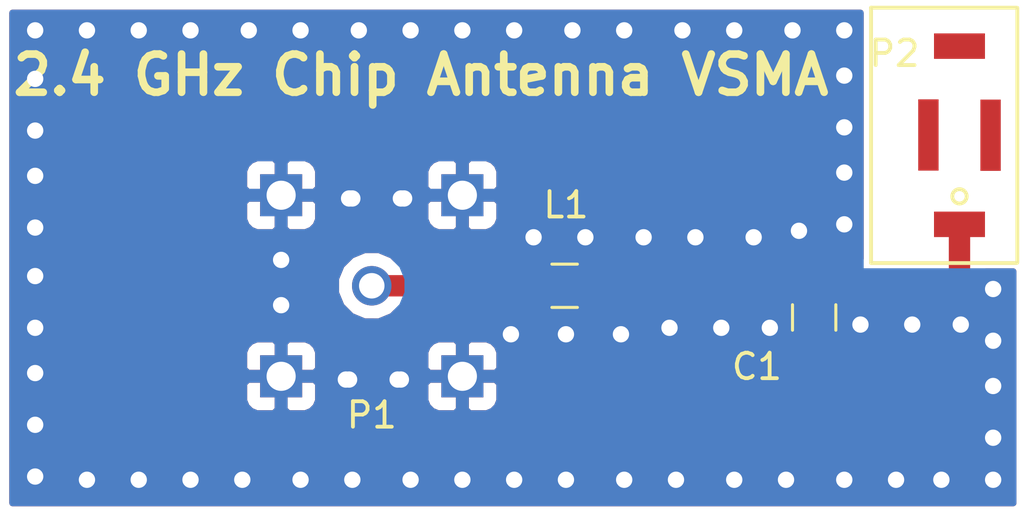
<source format=kicad_pcb>
(kicad_pcb (version 4) (host pcbnew 4.0.5)

  (general
    (links 83)
    (no_connects 0)
    (area 67.889524 99.228 132.262476 120.709)
    (thickness 1.6)
    (drawings 5)
    (tracks 7)
    (zones 0)
    (modules 80)
    (nets 5)
  )

  (page A4)
  (layers
    (0 F.Cu signal)
    (31 B.Cu signal)
    (32 B.Adhes user)
    (33 F.Adhes user)
    (34 B.Paste user)
    (35 F.Paste user)
    (36 B.SilkS user)
    (37 F.SilkS user)
    (38 B.Mask user)
    (39 F.Mask user)
    (40 Dwgs.User user)
    (41 Cmts.User user)
    (42 Eco1.User user)
    (43 Eco2.User user)
    (44 Edge.Cuts user)
    (45 Margin user)
    (46 B.CrtYd user)
    (47 F.CrtYd user)
    (48 B.Fab user)
    (49 F.Fab user)
  )

  (setup
    (last_trace_width 0.8382)
    (trace_clearance 0.2)
    (zone_clearance 0.508)
    (zone_45_only no)
    (trace_min 0.1524)
    (segment_width 0.2)
    (edge_width 0.15)
    (via_size 0.6)
    (via_drill 0.4)
    (via_min_size 0.4)
    (via_min_drill 0.3)
    (uvia_size 0.3)
    (uvia_drill 0.1)
    (uvias_allowed no)
    (uvia_min_size 0.2)
    (uvia_min_drill 0.1)
    (pcb_text_width 0.3)
    (pcb_text_size 1.5 1.5)
    (mod_edge_width 0.15)
    (mod_text_size 1 1)
    (mod_text_width 0.15)
    (pad_size 1 1)
    (pad_drill 0.64)
    (pad_to_mask_clearance 0.2)
    (aux_axis_origin 0 0)
    (visible_elements 7FFFFF7F)
    (pcbplotparams
      (layerselection 0x020f0_80000001)
      (usegerberextensions false)
      (excludeedgelayer true)
      (linewidth 0.100000)
      (plotframeref false)
      (viasonmask false)
      (mode 1)
      (useauxorigin false)
      (hpglpennumber 1)
      (hpglpenspeed 20)
      (hpglpendiameter 15)
      (hpglpenoverlay 2)
      (psnegative false)
      (psa4output false)
      (plotreference true)
      (plotvalue true)
      (plotinvisibletext false)
      (padsonsilk false)
      (subtractmaskfromsilk false)
      (outputformat 1)
      (mirror false)
      (drillshape 0)
      (scaleselection 1)
      (outputdirectory "C:/Users/clchrist/Documents/Chip Antenna VSMA/GerbTool/"))
  )

  (net 0 "")
  (net 1 GND)
  (net 2 "Net-(P2-Pad2)")
  (net 3 "Net-(C1-Pad1)")
  (net 4 "Net-(L1-Pad2)")

  (net_class Default "This is the default net class."
    (clearance 0.2)
    (trace_width 0.8382)
    (via_dia 0.6)
    (via_drill 0.4)
    (uvia_dia 0.3)
    (uvia_drill 0.1)
    (add_net GND)
    (add_net "Net-(C1-Pad1)")
    (add_net "Net-(L1-Pad2)")
    (add_net "Net-(P2-Pad2)")
  )

  (module Misc:Via_Stitch_Dia1.00mm_Drill0.64mm (layer F.Cu) (tedit 590FA6EF) (tstamp 590FA7BD)
    (at 117.856 112.776)
    (fp_text reference REF** (at 0 0.889) (layer F.SilkS) hide
      (effects (font (size 1 1) (thickness 0.15)))
    )
    (fp_text value Via_Stitch_Dia1.00mm_Drill0.64mm (at 0 -0.889) (layer F.Fab) hide
      (effects (font (size 1 1) (thickness 0.15)))
    )
    (pad 1 thru_hole circle (at -0.254 -0.127) (size 1 1) (drill 0.64) (layers *.Cu)
      (net 1 GND) (zone_connect 2))
  )

  (module Misc:Via_Stitch_Dia1.00mm_Drill0.64mm (layer F.Cu) (tedit 590FA6F6) (tstamp 590FA7B9)
    (at 116.078 113.03)
    (fp_text reference REF** (at 0 0.889) (layer F.SilkS) hide
      (effects (font (size 1 1) (thickness 0.15)))
    )
    (fp_text value Via_Stitch_Dia1.00mm_Drill0.64mm (at 0 -0.889) (layer F.Fab) hide
      (effects (font (size 1 1) (thickness 0.15)))
    )
    (pad 1 thru_hole circle (at -0.381 -0.381) (size 1 1) (drill 0.64) (layers *.Cu)
      (net 1 GND) (zone_connect 2))
  )

  (module Misc:Via_Stitch_Dia1.00mm_Drill0.64mm (layer F.Cu) (tedit 590FA6FC) (tstamp 590FA7B5)
    (at 113.792 113.03)
    (fp_text reference REF** (at 0 0.889) (layer F.SilkS) hide
      (effects (font (size 1 1) (thickness 0.15)))
    )
    (fp_text value Via_Stitch_Dia1.00mm_Drill0.64mm (at 0 -0.889) (layer F.Fab) hide
      (effects (font (size 1 1) (thickness 0.15)))
    )
    (pad 1 thru_hole circle (at -0.127 -0.381) (size 1 1) (drill 0.64) (layers *.Cu)
      (net 1 GND) (zone_connect 2))
  )

  (module Misc:Via_Stitch_Dia1.00mm_Drill0.64mm (layer F.Cu) (tedit 590FA737) (tstamp 590FA706)
    (at 104.267 113.157)
    (fp_text reference REF** (at 0 0.889) (layer F.SilkS) hide
      (effects (font (size 1 1) (thickness 0.15)))
    )
    (fp_text value Via_Stitch_Dia1.00mm_Drill0.64mm (at 0 -0.889) (layer F.Fab) hide
      (effects (font (size 1 1) (thickness 0.15)))
    )
    (pad 1 thru_hole circle (at 0 -0.127) (size 1 1) (drill 0.64) (layers *.Cu)
      (net 1 GND) (zone_connect 2))
  )

  (module Misc:Via_Stitch_Dia1.00mm_Drill0.64mm (layer F.Cu) (tedit 590FA6FC) (tstamp 590FA702)
    (at 106.299 113.157)
    (fp_text reference REF** (at 0 0.889) (layer F.SilkS) hide
      (effects (font (size 1 1) (thickness 0.15)))
    )
    (fp_text value Via_Stitch_Dia1.00mm_Drill0.64mm (at 0 -0.889) (layer F.Fab) hide
      (effects (font (size 1 1) (thickness 0.15)))
    )
    (pad 1 thru_hole circle (at -0.127 -0.381) (size 1 1) (drill 0.64) (layers *.Cu)
      (net 1 GND) (zone_connect 2))
  )

  (module Misc:Via_Stitch_Dia1.00mm_Drill0.64mm (layer F.Cu) (tedit 590FA6F6) (tstamp 590FA6FE)
    (at 108.585 113.157)
    (fp_text reference REF** (at 0 0.889) (layer F.SilkS) hide
      (effects (font (size 1 1) (thickness 0.15)))
    )
    (fp_text value Via_Stitch_Dia1.00mm_Drill0.64mm (at 0 -0.889) (layer F.Fab) hide
      (effects (font (size 1 1) (thickness 0.15)))
    )
    (pad 1 thru_hole circle (at -0.381 -0.381) (size 1 1) (drill 0.64) (layers *.Cu)
      (net 1 GND) (zone_connect 2))
  )

  (module Misc:Via_Stitch_Dia1.00mm_Drill0.64mm (layer F.Cu) (tedit 590FA72B) (tstamp 590FA6FA)
    (at 99.949 113.157)
    (fp_text reference REF** (at 0 0.889) (layer F.SilkS) hide
      (effects (font (size 1 1) (thickness 0.15)))
    )
    (fp_text value Via_Stitch_Dia1.00mm_Drill0.64mm (at 0 -0.889) (layer F.Fab) hide
      (effects (font (size 1 1) (thickness 0.15)))
    )
    (pad 1 thru_hole circle (at 0 -0.127) (size 1 1) (drill 0.64) (layers *.Cu)
      (net 1 GND) (zone_connect 2))
  )

  (module Misc:Via_Stitch_Dia1.00mm_Drill0.64mm (layer F.Cu) (tedit 590FA730) (tstamp 590FA6F6)
    (at 101.981 113.157)
    (fp_text reference REF** (at 0 0.889) (layer F.SilkS) hide
      (effects (font (size 1 1) (thickness 0.15)))
    )
    (fp_text value Via_Stitch_Dia1.00mm_Drill0.64mm (at 0 -0.889) (layer F.Fab) hide
      (effects (font (size 1 1) (thickness 0.15)))
    )
    (pad 1 thru_hole circle (at 0.127 -0.127) (size 1 1) (drill 0.64) (layers *.Cu)
      (net 1 GND) (zone_connect 2))
  )

  (module Misc:Via_Stitch_Dia1.00mm_Drill0.64mm (layer F.Cu) (tedit 590FA6EF) (tstamp 590FA6F2)
    (at 110.363 112.903)
    (fp_text reference REF** (at 0 0.889) (layer F.SilkS) hide
      (effects (font (size 1 1) (thickness 0.15)))
    )
    (fp_text value Via_Stitch_Dia1.00mm_Drill0.64mm (at 0 -0.889) (layer F.Fab) hide
      (effects (font (size 1 1) (thickness 0.15)))
    )
    (pad 1 thru_hole circle (at -0.254 -0.127) (size 1 1) (drill 0.64) (layers *.Cu)
      (net 1 GND) (zone_connect 2))
  )

  (module Misc:Via_Stitch_Dia1.00mm_Drill0.64mm (layer F.Cu) (tedit 590FA537) (tstamp 590FA6EE)
    (at 118.872 111.252)
    (fp_text reference REF** (at 0 0.889) (layer F.SilkS) hide
      (effects (font (size 1 1) (thickness 0.15)))
    )
    (fp_text value Via_Stitch_Dia1.00mm_Drill0.64mm (at 0 -0.889) (layer F.Fab) hide
      (effects (font (size 1 1) (thickness 0.15)))
    )
    (pad 1 thru_hole circle (at 0 0) (size 1 1) (drill 0.64) (layers *.Cu)
      (net 1 GND) (zone_connect 2))
  )

  (module Misc:Via_Stitch_Dia1.00mm_Drill0.64mm (layer F.Cu) (tedit 590FA537) (tstamp 590FA6EA)
    (at 118.872 115.062)
    (fp_text reference REF** (at 0 0.889) (layer F.SilkS) hide
      (effects (font (size 1 1) (thickness 0.15)))
    )
    (fp_text value Via_Stitch_Dia1.00mm_Drill0.64mm (at 0 -0.889) (layer F.Fab) hide
      (effects (font (size 1 1) (thickness 0.15)))
    )
    (pad 1 thru_hole circle (at 0 0) (size 1 1) (drill 0.64) (layers *.Cu)
      (net 1 GND) (zone_connect 2))
  )

  (module Misc:Via_Stitch_Dia1.00mm_Drill0.64mm (layer F.Cu) (tedit 590FA537) (tstamp 590FA6E6)
    (at 118.872 113.284)
    (fp_text reference REF** (at 0 0.889) (layer F.SilkS) hide
      (effects (font (size 1 1) (thickness 0.15)))
    )
    (fp_text value Via_Stitch_Dia1.00mm_Drill0.64mm (at 0 -0.889) (layer F.Fab) hide
      (effects (font (size 1 1) (thickness 0.15)))
    )
    (pad 1 thru_hole circle (at 0 0) (size 1 1) (drill 0.64) (layers *.Cu)
      (net 1 GND) (zone_connect 2))
  )

  (module Misc:Via_Stitch_Dia1.00mm_Drill0.64mm (layer F.Cu) (tedit 590FA537) (tstamp 590FA6E2)
    (at 118.872 117.094)
    (fp_text reference REF** (at 0 0.889) (layer F.SilkS) hide
      (effects (font (size 1 1) (thickness 0.15)))
    )
    (fp_text value Via_Stitch_Dia1.00mm_Drill0.64mm (at 0 -0.889) (layer F.Fab) hide
      (effects (font (size 1 1) (thickness 0.15)))
    )
    (pad 1 thru_hole circle (at 0 0) (size 1 1) (drill 0.64) (layers *.Cu)
      (net 1 GND) (zone_connect 2))
  )

  (module Misc:Via_Stitch_Dia1.00mm_Drill0.64mm (layer F.Cu) (tedit 590FA537) (tstamp 590FA6DE)
    (at 116.84 118.745)
    (fp_text reference REF** (at 0 0.889) (layer F.SilkS) hide
      (effects (font (size 1 1) (thickness 0.15)))
    )
    (fp_text value Via_Stitch_Dia1.00mm_Drill0.64mm (at 0 -0.889) (layer F.Fab) hide
      (effects (font (size 1 1) (thickness 0.15)))
    )
    (pad 1 thru_hole circle (at 0 0) (size 1 1) (drill 0.64) (layers *.Cu)
      (net 1 GND) (zone_connect 2))
  )

  (module Misc:Via_Stitch_Dia1.00mm_Drill0.64mm (layer F.Cu) (tedit 590FA537) (tstamp 590FA6DA)
    (at 118.872 118.745)
    (fp_text reference REF** (at 0 0.889) (layer F.SilkS) hide
      (effects (font (size 1 1) (thickness 0.15)))
    )
    (fp_text value Via_Stitch_Dia1.00mm_Drill0.64mm (at 0 -0.889) (layer F.Fab) hide
      (effects (font (size 1 1) (thickness 0.15)))
    )
    (pad 1 thru_hole circle (at 0 0) (size 1 1) (drill 0.64) (layers *.Cu)
      (net 1 GND) (zone_connect 2))
  )

  (module Misc:Via_Stitch_Dia1.00mm_Drill0.64mm (layer F.Cu) (tedit 590FA537) (tstamp 590FA6D6)
    (at 83.312 118.745)
    (fp_text reference REF** (at 0 0.889) (layer F.SilkS) hide
      (effects (font (size 1 1) (thickness 0.15)))
    )
    (fp_text value Via_Stitch_Dia1.00mm_Drill0.64mm (at 0 -0.889) (layer F.Fab) hide
      (effects (font (size 1 1) (thickness 0.15)))
    )
    (pad 1 thru_hole circle (at 0 0) (size 1 1) (drill 0.64) (layers *.Cu)
      (net 1 GND) (zone_connect 2))
  )

  (module Misc:Via_Stitch_Dia1.00mm_Drill0.64mm (layer F.Cu) (tedit 590FA537) (tstamp 590FA6D2)
    (at 85.344 118.745)
    (fp_text reference REF** (at 0 0.889) (layer F.SilkS) hide
      (effects (font (size 1 1) (thickness 0.15)))
    )
    (fp_text value Via_Stitch_Dia1.00mm_Drill0.64mm (at 0 -0.889) (layer F.Fab) hide
      (effects (font (size 1 1) (thickness 0.15)))
    )
    (pad 1 thru_hole circle (at 0 0) (size 1 1) (drill 0.64) (layers *.Cu)
      (net 1 GND) (zone_connect 2))
  )

  (module Misc:Via_Stitch_Dia1.00mm_Drill0.64mm (layer F.Cu) (tedit 590FA537) (tstamp 590FA6CE)
    (at 89.408 118.745)
    (fp_text reference REF** (at 0 0.889) (layer F.SilkS) hide
      (effects (font (size 1 1) (thickness 0.15)))
    )
    (fp_text value Via_Stitch_Dia1.00mm_Drill0.64mm (at 0 -0.889) (layer F.Fab) hide
      (effects (font (size 1 1) (thickness 0.15)))
    )
    (pad 1 thru_hole circle (at 0 0) (size 1 1) (drill 0.64) (layers *.Cu)
      (net 1 GND) (zone_connect 2))
  )

  (module Misc:Via_Stitch_Dia1.00mm_Drill0.64mm (layer F.Cu) (tedit 590FA537) (tstamp 590FA6CA)
    (at 87.376 118.745)
    (fp_text reference REF** (at 0 0.889) (layer F.SilkS) hide
      (effects (font (size 1 1) (thickness 0.15)))
    )
    (fp_text value Via_Stitch_Dia1.00mm_Drill0.64mm (at 0 -0.889) (layer F.Fab) hide
      (effects (font (size 1 1) (thickness 0.15)))
    )
    (pad 1 thru_hole circle (at 0 0) (size 1 1) (drill 0.64) (layers *.Cu)
      (net 1 GND) (zone_connect 2))
  )

  (module Misc:Via_Stitch_Dia1.00mm_Drill0.64mm (layer F.Cu) (tedit 590FA537) (tstamp 590FA6C6)
    (at 96.012 118.745)
    (fp_text reference REF** (at 0 0.889) (layer F.SilkS) hide
      (effects (font (size 1 1) (thickness 0.15)))
    )
    (fp_text value Via_Stitch_Dia1.00mm_Drill0.64mm (at 0 -0.889) (layer F.Fab) hide
      (effects (font (size 1 1) (thickness 0.15)))
    )
    (pad 1 thru_hole circle (at 0 0) (size 1 1) (drill 0.64) (layers *.Cu)
      (net 1 GND) (zone_connect 2))
  )

  (module Misc:Via_Stitch_Dia1.00mm_Drill0.64mm (layer F.Cu) (tedit 590FA537) (tstamp 590FA6C2)
    (at 98.044 118.745)
    (fp_text reference REF** (at 0 0.889) (layer F.SilkS) hide
      (effects (font (size 1 1) (thickness 0.15)))
    )
    (fp_text value Via_Stitch_Dia1.00mm_Drill0.64mm (at 0 -0.889) (layer F.Fab) hide
      (effects (font (size 1 1) (thickness 0.15)))
    )
    (pad 1 thru_hole circle (at 0 0) (size 1 1) (drill 0.64) (layers *.Cu)
      (net 1 GND) (zone_connect 2))
  )

  (module Misc:Via_Stitch_Dia1.00mm_Drill0.64mm (layer F.Cu) (tedit 590FA537) (tstamp 590FA6BE)
    (at 93.726 118.745)
    (fp_text reference REF** (at 0 0.889) (layer F.SilkS) hide
      (effects (font (size 1 1) (thickness 0.15)))
    )
    (fp_text value Via_Stitch_Dia1.00mm_Drill0.64mm (at 0 -0.889) (layer F.Fab) hide
      (effects (font (size 1 1) (thickness 0.15)))
    )
    (pad 1 thru_hole circle (at 0 0) (size 1 1) (drill 0.64) (layers *.Cu)
      (net 1 GND) (zone_connect 2))
  )

  (module Misc:Via_Stitch_Dia1.00mm_Drill0.64mm (layer F.Cu) (tedit 590FA537) (tstamp 590FA6BA)
    (at 91.694 118.745)
    (fp_text reference REF** (at 0 0.889) (layer F.SilkS) hide
      (effects (font (size 1 1) (thickness 0.15)))
    )
    (fp_text value Via_Stitch_Dia1.00mm_Drill0.64mm (at 0 -0.889) (layer F.Fab) hide
      (effects (font (size 1 1) (thickness 0.15)))
    )
    (pad 1 thru_hole circle (at 0 0) (size 1 1) (drill 0.64) (layers *.Cu)
      (net 1 GND) (zone_connect 2))
  )

  (module Misc:Via_Stitch_Dia1.00mm_Drill0.64mm (layer F.Cu) (tedit 590FA537) (tstamp 590FA6B6)
    (at 115.062 118.745)
    (fp_text reference REF** (at 0 0.889) (layer F.SilkS) hide
      (effects (font (size 1 1) (thickness 0.15)))
    )
    (fp_text value Via_Stitch_Dia1.00mm_Drill0.64mm (at 0 -0.889) (layer F.Fab) hide
      (effects (font (size 1 1) (thickness 0.15)))
    )
    (pad 1 thru_hole circle (at 0 0) (size 1 1) (drill 0.64) (layers *.Cu)
      (net 1 GND) (zone_connect 2))
  )

  (module Misc:Via_Stitch_Dia1.00mm_Drill0.64mm (layer F.Cu) (tedit 590FA537) (tstamp 590FA6B2)
    (at 102.108 118.745)
    (fp_text reference REF** (at 0 0.889) (layer F.SilkS) hide
      (effects (font (size 1 1) (thickness 0.15)))
    )
    (fp_text value Via_Stitch_Dia1.00mm_Drill0.64mm (at 0 -0.889) (layer F.Fab) hide
      (effects (font (size 1 1) (thickness 0.15)))
    )
    (pad 1 thru_hole circle (at 0 0) (size 1 1) (drill 0.64) (layers *.Cu)
      (net 1 GND) (zone_connect 2))
  )

  (module Misc:Via_Stitch_Dia1.00mm_Drill0.64mm (layer F.Cu) (tedit 590FA537) (tstamp 590FA6AE)
    (at 100.076 118.745)
    (fp_text reference REF** (at 0 0.889) (layer F.SilkS) hide
      (effects (font (size 1 1) (thickness 0.15)))
    )
    (fp_text value Via_Stitch_Dia1.00mm_Drill0.64mm (at 0 -0.889) (layer F.Fab) hide
      (effects (font (size 1 1) (thickness 0.15)))
    )
    (pad 1 thru_hole circle (at 0 0) (size 1 1) (drill 0.64) (layers *.Cu)
      (net 1 GND) (zone_connect 2))
  )

  (module Misc:Via_Stitch_Dia1.00mm_Drill0.64mm (layer F.Cu) (tedit 590FA537) (tstamp 590FA6AA)
    (at 106.426 118.745)
    (fp_text reference REF** (at 0 0.889) (layer F.SilkS) hide
      (effects (font (size 1 1) (thickness 0.15)))
    )
    (fp_text value Via_Stitch_Dia1.00mm_Drill0.64mm (at 0 -0.889) (layer F.Fab) hide
      (effects (font (size 1 1) (thickness 0.15)))
    )
    (pad 1 thru_hole circle (at 0 0) (size 1 1) (drill 0.64) (layers *.Cu)
      (net 1 GND) (zone_connect 2))
  )

  (module Misc:Via_Stitch_Dia1.00mm_Drill0.64mm (layer F.Cu) (tedit 590FA537) (tstamp 590FA6A6)
    (at 104.394 118.745)
    (fp_text reference REF** (at 0 0.889) (layer F.SilkS) hide
      (effects (font (size 1 1) (thickness 0.15)))
    )
    (fp_text value Via_Stitch_Dia1.00mm_Drill0.64mm (at 0 -0.889) (layer F.Fab) hide
      (effects (font (size 1 1) (thickness 0.15)))
    )
    (pad 1 thru_hole circle (at 0 0) (size 1 1) (drill 0.64) (layers *.Cu)
      (net 1 GND) (zone_connect 2))
  )

  (module Misc:Via_Stitch_Dia1.00mm_Drill0.64mm (layer F.Cu) (tedit 590FA537) (tstamp 590FA6A2)
    (at 113.03 118.745)
    (fp_text reference REF** (at 0 0.889) (layer F.SilkS) hide
      (effects (font (size 1 1) (thickness 0.15)))
    )
    (fp_text value Via_Stitch_Dia1.00mm_Drill0.64mm (at 0 -0.889) (layer F.Fab) hide
      (effects (font (size 1 1) (thickness 0.15)))
    )
    (pad 1 thru_hole circle (at 0 0) (size 1 1) (drill 0.64) (layers *.Cu)
      (net 1 GND) (zone_connect 2))
  )

  (module Misc:Via_Stitch_Dia1.00mm_Drill0.64mm (layer F.Cu) (tedit 590FA537) (tstamp 590FA69E)
    (at 110.744 118.745)
    (fp_text reference REF** (at 0 0.889) (layer F.SilkS) hide
      (effects (font (size 1 1) (thickness 0.15)))
    )
    (fp_text value Via_Stitch_Dia1.00mm_Drill0.64mm (at 0 -0.889) (layer F.Fab) hide
      (effects (font (size 1 1) (thickness 0.15)))
    )
    (pad 1 thru_hole circle (at 0 0) (size 1 1) (drill 0.64) (layers *.Cu)
      (net 1 GND) (zone_connect 2))
  )

  (module Misc:Via_Stitch_Dia1.00mm_Drill0.64mm (layer F.Cu) (tedit 590FA537) (tstamp 590FA69A)
    (at 108.712 118.745)
    (fp_text reference REF** (at 0 0.889) (layer F.SilkS) hide
      (effects (font (size 1 1) (thickness 0.15)))
    )
    (fp_text value Via_Stitch_Dia1.00mm_Drill0.64mm (at 0 -0.889) (layer F.Fab) hide
      (effects (font (size 1 1) (thickness 0.15)))
    )
    (pad 1 thru_hole circle (at 0 0) (size 1 1) (drill 0.64) (layers *.Cu)
      (net 1 GND) (zone_connect 2))
  )

  (module Misc:Via_Stitch_Dia1.00mm_Drill0.64mm (layer F.Cu) (tedit 590FA537) (tstamp 590FA676)
    (at 81.28 118.618)
    (fp_text reference REF** (at 0 0.889) (layer F.SilkS) hide
      (effects (font (size 1 1) (thickness 0.15)))
    )
    (fp_text value Via_Stitch_Dia1.00mm_Drill0.64mm (at 0 -0.889) (layer F.Fab) hide
      (effects (font (size 1 1) (thickness 0.15)))
    )
    (pad 1 thru_hole circle (at 0 0) (size 1 1) (drill 0.64) (layers *.Cu)
      (net 1 GND) (zone_connect 2))
  )

  (module Misc:Via_Stitch_Dia1.00mm_Drill0.64mm (layer F.Cu) (tedit 590FA537) (tstamp 590FA671)
    (at 81.28 116.586)
    (fp_text reference REF** (at 0 0.889) (layer F.SilkS) hide
      (effects (font (size 1 1) (thickness 0.15)))
    )
    (fp_text value Via_Stitch_Dia1.00mm_Drill0.64mm (at 0 -0.889) (layer F.Fab) hide
      (effects (font (size 1 1) (thickness 0.15)))
    )
    (pad 1 thru_hole circle (at 0 0) (size 1 1) (drill 0.64) (layers *.Cu)
      (net 1 GND) (zone_connect 2))
  )

  (module Misc:Via_Stitch_Dia1.00mm_Drill0.64mm (layer F.Cu) (tedit 590FA537) (tstamp 590FA66D)
    (at 81.28 112.776)
    (fp_text reference REF** (at 0 0.889) (layer F.SilkS) hide
      (effects (font (size 1 1) (thickness 0.15)))
    )
    (fp_text value Via_Stitch_Dia1.00mm_Drill0.64mm (at 0 -0.889) (layer F.Fab) hide
      (effects (font (size 1 1) (thickness 0.15)))
    )
    (pad 1 thru_hole circle (at 0 0) (size 1 1) (drill 0.64) (layers *.Cu)
      (net 1 GND) (zone_connect 2))
  )

  (module Misc:Via_Stitch_Dia1.00mm_Drill0.64mm (layer F.Cu) (tedit 590FA537) (tstamp 590FA669)
    (at 81.28 114.554)
    (fp_text reference REF** (at 0 0.889) (layer F.SilkS) hide
      (effects (font (size 1 1) (thickness 0.15)))
    )
    (fp_text value Via_Stitch_Dia1.00mm_Drill0.64mm (at 0 -0.889) (layer F.Fab) hide
      (effects (font (size 1 1) (thickness 0.15)))
    )
    (pad 1 thru_hole circle (at 0 0) (size 1 1) (drill 0.64) (layers *.Cu)
      (net 1 GND) (zone_connect 2))
  )

  (module Misc:Via_Stitch_Dia1.00mm_Drill0.64mm (layer F.Cu) (tedit 590FA537) (tstamp 590FA665)
    (at 81.28 110.744)
    (fp_text reference REF** (at 0 0.889) (layer F.SilkS) hide
      (effects (font (size 1 1) (thickness 0.15)))
    )
    (fp_text value Via_Stitch_Dia1.00mm_Drill0.64mm (at 0 -0.889) (layer F.Fab) hide
      (effects (font (size 1 1) (thickness 0.15)))
    )
    (pad 1 thru_hole circle (at 0 0) (size 1 1) (drill 0.64) (layers *.Cu)
      (net 1 GND) (zone_connect 2))
  )

  (module Misc:Via_Stitch_Dia1.00mm_Drill0.64mm (layer F.Cu) (tedit 590FA537) (tstamp 590FA661)
    (at 81.28 102.997)
    (fp_text reference REF** (at 0 0.889) (layer F.SilkS) hide
      (effects (font (size 1 1) (thickness 0.15)))
    )
    (fp_text value Via_Stitch_Dia1.00mm_Drill0.64mm (at 0 -0.889) (layer F.Fab) hide
      (effects (font (size 1 1) (thickness 0.15)))
    )
    (pad 1 thru_hole circle (at 0 0) (size 1 1) (drill 0.64) (layers *.Cu)
      (net 1 GND) (zone_connect 2))
  )

  (module Misc:Via_Stitch_Dia1.00mm_Drill0.64mm (layer F.Cu) (tedit 590FA537) (tstamp 590FA65D)
    (at 81.28 106.807)
    (fp_text reference REF** (at 0 0.889) (layer F.SilkS) hide
      (effects (font (size 1 1) (thickness 0.15)))
    )
    (fp_text value Via_Stitch_Dia1.00mm_Drill0.64mm (at 0 -0.889) (layer F.Fab) hide
      (effects (font (size 1 1) (thickness 0.15)))
    )
    (pad 1 thru_hole circle (at 0 0) (size 1 1) (drill 0.64) (layers *.Cu)
      (net 1 GND) (zone_connect 2))
  )

  (module Misc:Via_Stitch_Dia1.00mm_Drill0.64mm (layer F.Cu) (tedit 590FA537) (tstamp 590FA659)
    (at 81.28 105.029)
    (fp_text reference REF** (at 0 0.889) (layer F.SilkS) hide
      (effects (font (size 1 1) (thickness 0.15)))
    )
    (fp_text value Via_Stitch_Dia1.00mm_Drill0.64mm (at 0 -0.889) (layer F.Fab) hide
      (effects (font (size 1 1) (thickness 0.15)))
    )
    (pad 1 thru_hole circle (at 0 0) (size 1 1) (drill 0.64) (layers *.Cu)
      (net 1 GND) (zone_connect 2))
  )

  (module Misc:Via_Stitch_Dia1.00mm_Drill0.64mm (layer F.Cu) (tedit 590FA537) (tstamp 590FA655)
    (at 81.28 108.839)
    (fp_text reference REF** (at 0 0.889) (layer F.SilkS) hide
      (effects (font (size 1 1) (thickness 0.15)))
    )
    (fp_text value Via_Stitch_Dia1.00mm_Drill0.64mm (at 0 -0.889) (layer F.Fab) hide
      (effects (font (size 1 1) (thickness 0.15)))
    )
    (pad 1 thru_hole circle (at 0 0) (size 1 1) (drill 0.64) (layers *.Cu)
      (net 1 GND) (zone_connect 2))
  )

  (module Misc:Via_Stitch_Dia1.00mm_Drill0.64mm (layer F.Cu) (tedit 590FA537) (tstamp 590FA651)
    (at 90.932 111.887)
    (fp_text reference REF** (at 0 0.889) (layer F.SilkS) hide
      (effects (font (size 1 1) (thickness 0.15)))
    )
    (fp_text value Via_Stitch_Dia1.00mm_Drill0.64mm (at 0 -0.889) (layer F.Fab) hide
      (effects (font (size 1 1) (thickness 0.15)))
    )
    (pad 1 thru_hole circle (at 0 0) (size 1 1) (drill 0.64) (layers *.Cu)
      (net 1 GND) (zone_connect 2))
  )

  (module Misc:Via_Stitch_Dia1.00mm_Drill0.64mm (layer F.Cu) (tedit 590FA537) (tstamp 590FA64D)
    (at 90.932 110.109)
    (fp_text reference REF** (at 0 0.889) (layer F.SilkS) hide
      (effects (font (size 1 1) (thickness 0.15)))
    )
    (fp_text value Via_Stitch_Dia1.00mm_Drill0.64mm (at 0 -0.889) (layer F.Fab) hide
      (effects (font (size 1 1) (thickness 0.15)))
    )
    (pad 1 thru_hole circle (at 0 0) (size 1 1) (drill 0.64) (layers *.Cu)
      (net 1 GND) (zone_connect 2))
  )

  (module Misc:Via_Stitch_Dia1.00mm_Drill0.64mm (layer F.Cu) (tedit 590FA537) (tstamp 590FA649)
    (at 95.631 114.808)
    (fp_text reference REF** (at 0 0.889) (layer F.SilkS) hide
      (effects (font (size 1 1) (thickness 0.15)))
    )
    (fp_text value Via_Stitch_Dia1.00mm_Drill0.64mm (at 0 -0.889) (layer F.Fab) hide
      (effects (font (size 1 1) (thickness 0.15)))
    )
    (pad 1 thru_hole circle (at 0 0) (size 1 1) (drill 0.64) (layers *.Cu)
      (net 1 GND) (zone_connect 2))
  )

  (module Misc:Via_Stitch_Dia1.00mm_Drill0.64mm (layer F.Cu) (tedit 590FA537) (tstamp 590FA645)
    (at 93.599 114.808)
    (fp_text reference REF** (at 0 0.889) (layer F.SilkS) hide
      (effects (font (size 1 1) (thickness 0.15)))
    )
    (fp_text value Via_Stitch_Dia1.00mm_Drill0.64mm (at 0 -0.889) (layer F.Fab) hide
      (effects (font (size 1 1) (thickness 0.15)))
    )
    (pad 1 thru_hole circle (at 0 0) (size 1 1) (drill 0.64) (layers *.Cu)
      (net 1 GND) (zone_connect 2))
  )

  (module Misc:Via_Stitch_Dia1.00mm_Drill0.64mm (layer F.Cu) (tedit 590FA537) (tstamp 590FA641)
    (at 93.472 114.808)
    (fp_text reference REF** (at 0 0.889) (layer F.SilkS) hide
      (effects (font (size 1 1) (thickness 0.15)))
    )
    (fp_text value Via_Stitch_Dia1.00mm_Drill0.64mm (at 0 -0.889) (layer F.Fab) hide
      (effects (font (size 1 1) (thickness 0.15)))
    )
    (pad 1 thru_hole circle (at 0 0) (size 1 1) (drill 0.64) (layers *.Cu)
      (net 1 GND) (zone_connect 2))
  )

  (module Misc:Via_Stitch_Dia1.00mm_Drill0.64mm (layer F.Cu) (tedit 590FA537) (tstamp 590FA63D)
    (at 95.504 114.808)
    (fp_text reference REF** (at 0 0.889) (layer F.SilkS) hide
      (effects (font (size 1 1) (thickness 0.15)))
    )
    (fp_text value Via_Stitch_Dia1.00mm_Drill0.64mm (at 0 -0.889) (layer F.Fab) hide
      (effects (font (size 1 1) (thickness 0.15)))
    )
    (pad 1 thru_hole circle (at 0 0) (size 1 1) (drill 0.64) (layers *.Cu)
      (net 1 GND) (zone_connect 2))
  )

  (module Misc:Via_Stitch_Dia1.00mm_Drill0.64mm (layer F.Cu) (tedit 590FA537) (tstamp 590FA639)
    (at 95.631 107.696)
    (fp_text reference REF** (at 0 0.889) (layer F.SilkS) hide
      (effects (font (size 1 1) (thickness 0.15)))
    )
    (fp_text value Via_Stitch_Dia1.00mm_Drill0.64mm (at 0 -0.889) (layer F.Fab) hide
      (effects (font (size 1 1) (thickness 0.15)))
    )
    (pad 1 thru_hole circle (at 0 0) (size 1 1) (drill 0.64) (layers *.Cu)
      (net 1 GND) (zone_connect 2))
  )

  (module Misc:Via_Stitch_Dia1.00mm_Drill0.64mm (layer F.Cu) (tedit 590FA537) (tstamp 590FA635)
    (at 93.599 107.696)
    (fp_text reference REF** (at 0 0.889) (layer F.SilkS) hide
      (effects (font (size 1 1) (thickness 0.15)))
    )
    (fp_text value Via_Stitch_Dia1.00mm_Drill0.64mm (at 0 -0.889) (layer F.Fab) hide
      (effects (font (size 1 1) (thickness 0.15)))
    )
    (pad 1 thru_hole circle (at 0 0) (size 1 1) (drill 0.64) (layers *.Cu)
      (net 1 GND) (zone_connect 2))
  )

  (module Misc:Via_Stitch_Dia1.00mm_Drill0.64mm (layer F.Cu) (tedit 590FA537) (tstamp 590FA631)
    (at 93.726 107.696)
    (fp_text reference REF** (at 0 0.889) (layer F.SilkS) hide
      (effects (font (size 1 1) (thickness 0.15)))
    )
    (fp_text value Via_Stitch_Dia1.00mm_Drill0.64mm (at 0 -0.889) (layer F.Fab) hide
      (effects (font (size 1 1) (thickness 0.15)))
    )
    (pad 1 thru_hole circle (at 0 0) (size 1 1) (drill 0.64) (layers *.Cu)
      (net 1 GND) (zone_connect 2))
  )

  (module Misc:Via_Stitch_Dia1.00mm_Drill0.64mm (layer F.Cu) (tedit 590FA537) (tstamp 590FA62D)
    (at 95.758 107.696)
    (fp_text reference REF** (at 0 0.889) (layer F.SilkS) hide
      (effects (font (size 1 1) (thickness 0.15)))
    )
    (fp_text value Via_Stitch_Dia1.00mm_Drill0.64mm (at 0 -0.889) (layer F.Fab) hide
      (effects (font (size 1 1) (thickness 0.15)))
    )
    (pad 1 thru_hole circle (at 0 0) (size 1 1) (drill 0.64) (layers *.Cu)
      (net 1 GND) (zone_connect 2))
  )

  (module Misc:Via_Stitch_Dia1.00mm_Drill0.64mm (layer F.Cu) (tedit 590FA537) (tstamp 590FA629)
    (at 111.252 108.966)
    (fp_text reference REF** (at 0 0.889) (layer F.SilkS) hide
      (effects (font (size 1 1) (thickness 0.15)))
    )
    (fp_text value Via_Stitch_Dia1.00mm_Drill0.64mm (at 0 -0.889) (layer F.Fab) hide
      (effects (font (size 1 1) (thickness 0.15)))
    )
    (pad 1 thru_hole circle (at 0 0) (size 1 1) (drill 0.64) (layers *.Cu)
      (net 1 GND) (zone_connect 2))
  )

  (module Misc:Via_Stitch_Dia1.00mm_Drill0.64mm (layer F.Cu) (tedit 590FA537) (tstamp 590FA624)
    (at 106.68 101.092)
    (fp_text reference REF** (at 0 0.889) (layer F.SilkS) hide
      (effects (font (size 1 1) (thickness 0.15)))
    )
    (fp_text value Via_Stitch_Dia1.00mm_Drill0.64mm (at 0 -0.889) (layer F.Fab) hide
      (effects (font (size 1 1) (thickness 0.15)))
    )
    (pad 1 thru_hole circle (at 0 0) (size 1 1) (drill 0.64) (layers *.Cu)
      (net 1 GND) (zone_connect 2))
  )

  (module Misc:Via_Stitch_Dia1.00mm_Drill0.64mm (layer F.Cu) (tedit 590FA537) (tstamp 590FA620)
    (at 108.712 101.092)
    (fp_text reference REF** (at 0 0.889) (layer F.SilkS) hide
      (effects (font (size 1 1) (thickness 0.15)))
    )
    (fp_text value Via_Stitch_Dia1.00mm_Drill0.64mm (at 0 -0.889) (layer F.Fab) hide
      (effects (font (size 1 1) (thickness 0.15)))
    )
    (pad 1 thru_hole circle (at 0 0) (size 1 1) (drill 0.64) (layers *.Cu)
      (net 1 GND) (zone_connect 2))
  )

  (module Misc:Via_Stitch_Dia1.00mm_Drill0.64mm (layer F.Cu) (tedit 590FA537) (tstamp 590FA61C)
    (at 110.998 101.092)
    (fp_text reference REF** (at 0 0.889) (layer F.SilkS) hide
      (effects (font (size 1 1) (thickness 0.15)))
    )
    (fp_text value Via_Stitch_Dia1.00mm_Drill0.64mm (at 0 -0.889) (layer F.Fab) hide
      (effects (font (size 1 1) (thickness 0.15)))
    )
    (pad 1 thru_hole circle (at 0 0) (size 1 1) (drill 0.64) (layers *.Cu)
      (net 1 GND) (zone_connect 2))
  )

  (module Misc:Via_Stitch_Dia1.00mm_Drill0.64mm (layer F.Cu) (tedit 590FA537) (tstamp 590FA618)
    (at 102.362 101.092)
    (fp_text reference REF** (at 0 0.889) (layer F.SilkS) hide
      (effects (font (size 1 1) (thickness 0.15)))
    )
    (fp_text value Via_Stitch_Dia1.00mm_Drill0.64mm (at 0 -0.889) (layer F.Fab) hide
      (effects (font (size 1 1) (thickness 0.15)))
    )
    (pad 1 thru_hole circle (at 0 0) (size 1 1) (drill 0.64) (layers *.Cu)
      (net 1 GND) (zone_connect 2))
  )

  (module Misc:Via_Stitch_Dia1.00mm_Drill0.64mm (layer F.Cu) (tedit 590FA537) (tstamp 590FA614)
    (at 104.394 101.092)
    (fp_text reference REF** (at 0 0.889) (layer F.SilkS) hide
      (effects (font (size 1 1) (thickness 0.15)))
    )
    (fp_text value Via_Stitch_Dia1.00mm_Drill0.64mm (at 0 -0.889) (layer F.Fab) hide
      (effects (font (size 1 1) (thickness 0.15)))
    )
    (pad 1 thru_hole circle (at 0 0) (size 1 1) (drill 0.64) (layers *.Cu)
      (net 1 GND) (zone_connect 2))
  )

  (module Misc:Via_Stitch_Dia1.00mm_Drill0.64mm (layer F.Cu) (tedit 590FA537) (tstamp 590FA597)
    (at 113.03 108.712)
    (fp_text reference REF** (at 0 0.889) (layer F.SilkS) hide
      (effects (font (size 1 1) (thickness 0.15)))
    )
    (fp_text value Via_Stitch_Dia1.00mm_Drill0.64mm (at 0 -0.889) (layer F.Fab) hide
      (effects (font (size 1 1) (thickness 0.15)))
    )
    (pad 1 thru_hole circle (at 0 0) (size 1 1) (drill 0.64) (layers *.Cu)
      (net 1 GND) (zone_connect 2))
  )

  (module Misc:Via_Stitch_Dia1.00mm_Drill0.64mm (layer F.Cu) (tedit 590FA537) (tstamp 590FA592)
    (at 113.03 104.902)
    (fp_text reference REF** (at 0 0.889) (layer F.SilkS) hide
      (effects (font (size 1 1) (thickness 0.15)))
    )
    (fp_text value Via_Stitch_Dia1.00mm_Drill0.64mm (at 0 -0.889) (layer F.Fab) hide
      (effects (font (size 1 1) (thickness 0.15)))
    )
    (pad 1 thru_hole circle (at 0 0) (size 1 1) (drill 0.64) (layers *.Cu)
      (net 1 GND) (zone_connect 2))
  )

  (module Misc:Via_Stitch_Dia1.00mm_Drill0.64mm (layer F.Cu) (tedit 590FA537) (tstamp 590FA58E)
    (at 113.03 106.68)
    (fp_text reference REF** (at 0 0.889) (layer F.SilkS) hide
      (effects (font (size 1 1) (thickness 0.15)))
    )
    (fp_text value Via_Stitch_Dia1.00mm_Drill0.64mm (at 0 -0.889) (layer F.Fab) hide
      (effects (font (size 1 1) (thickness 0.15)))
    )
    (pad 1 thru_hole circle (at 0 0) (size 1 1) (drill 0.64) (layers *.Cu)
      (net 1 GND) (zone_connect 2))
  )

  (module Misc:Via_Stitch_Dia1.00mm_Drill0.64mm (layer F.Cu) (tedit 590FA537) (tstamp 590FA58A)
    (at 113.03 102.87)
    (fp_text reference REF** (at 0 0.889) (layer F.SilkS) hide
      (effects (font (size 1 1) (thickness 0.15)))
    )
    (fp_text value Via_Stitch_Dia1.00mm_Drill0.64mm (at 0 -0.889) (layer F.Fab) hide
      (effects (font (size 1 1) (thickness 0.15)))
    )
    (pad 1 thru_hole circle (at 0 0) (size 1 1) (drill 0.64) (layers *.Cu)
      (net 1 GND) (zone_connect 2))
  )

  (module Misc:Via_Stitch_Dia1.00mm_Drill0.64mm (layer F.Cu) (tedit 590FA537) (tstamp 590FA585)
    (at 98.044 101.092)
    (fp_text reference REF** (at 0 0.889) (layer F.SilkS) hide
      (effects (font (size 1 1) (thickness 0.15)))
    )
    (fp_text value Via_Stitch_Dia1.00mm_Drill0.64mm (at 0 -0.889) (layer F.Fab) hide
      (effects (font (size 1 1) (thickness 0.15)))
    )
    (pad 1 thru_hole circle (at 0 0) (size 1 1) (drill 0.64) (layers *.Cu)
      (net 1 GND) (zone_connect 2))
  )

  (module Misc:Via_Stitch_Dia1.00mm_Drill0.64mm (layer F.Cu) (tedit 590FA537) (tstamp 590FA581)
    (at 100.076 101.092)
    (fp_text reference REF** (at 0 0.889) (layer F.SilkS) hide
      (effects (font (size 1 1) (thickness 0.15)))
    )
    (fp_text value Via_Stitch_Dia1.00mm_Drill0.64mm (at 0 -0.889) (layer F.Fab) hide
      (effects (font (size 1 1) (thickness 0.15)))
    )
    (pad 1 thru_hole circle (at 0 0) (size 1 1) (drill 0.64) (layers *.Cu)
      (net 1 GND) (zone_connect 2))
  )

  (module Misc:Via_Stitch_Dia1.00mm_Drill0.64mm (layer F.Cu) (tedit 590FA537) (tstamp 590FA57D)
    (at 102.87 109.22)
    (fp_text reference REF** (at 0 0.889) (layer F.SilkS) hide
      (effects (font (size 1 1) (thickness 0.15)))
    )
    (fp_text value Via_Stitch_Dia1.00mm_Drill0.64mm (at 0 -0.889) (layer F.Fab) hide
      (effects (font (size 1 1) (thickness 0.15)))
    )
    (pad 1 thru_hole circle (at 0 0) (size 1 1) (drill 0.64) (layers *.Cu)
      (net 1 GND) (zone_connect 2))
  )

  (module Misc:Via_Stitch_Dia1.00mm_Drill0.64mm (layer F.Cu) (tedit 590FA537) (tstamp 590FA579)
    (at 100.838 109.22)
    (fp_text reference REF** (at 0 0.889) (layer F.SilkS) hide
      (effects (font (size 1 1) (thickness 0.15)))
    )
    (fp_text value Via_Stitch_Dia1.00mm_Drill0.64mm (at 0 -0.889) (layer F.Fab) hide
      (effects (font (size 1 1) (thickness 0.15)))
    )
    (pad 1 thru_hole circle (at 0 0) (size 1 1) (drill 0.64) (layers *.Cu)
      (net 1 GND) (zone_connect 2))
  )

  (module Misc:Via_Stitch_Dia1.00mm_Drill0.64mm (layer F.Cu) (tedit 590FA537) (tstamp 590FA575)
    (at 109.474 109.22)
    (fp_text reference REF** (at 0 0.889) (layer F.SilkS) hide
      (effects (font (size 1 1) (thickness 0.15)))
    )
    (fp_text value Via_Stitch_Dia1.00mm_Drill0.64mm (at 0 -0.889) (layer F.Fab) hide
      (effects (font (size 1 1) (thickness 0.15)))
    )
    (pad 1 thru_hole circle (at 0 0) (size 1 1) (drill 0.64) (layers *.Cu)
      (net 1 GND) (zone_connect 2))
  )

  (module Misc:Via_Stitch_Dia1.00mm_Drill0.64mm (layer F.Cu) (tedit 590FA537) (tstamp 590FA571)
    (at 113.03 101.092)
    (fp_text reference REF** (at 0 0.889) (layer F.SilkS) hide
      (effects (font (size 1 1) (thickness 0.15)))
    )
    (fp_text value Via_Stitch_Dia1.00mm_Drill0.64mm (at 0 -0.889) (layer F.Fab) hide
      (effects (font (size 1 1) (thickness 0.15)))
    )
    (pad 1 thru_hole circle (at 0 0) (size 1 1) (drill 0.64) (layers *.Cu)
      (net 1 GND) (zone_connect 2))
  )

  (module Misc:Via_Stitch_Dia1.00mm_Drill0.64mm (layer F.Cu) (tedit 590FA537) (tstamp 590FA56D)
    (at 107.188 109.22)
    (fp_text reference REF** (at 0 0.889) (layer F.SilkS) hide
      (effects (font (size 1 1) (thickness 0.15)))
    )
    (fp_text value Via_Stitch_Dia1.00mm_Drill0.64mm (at 0 -0.889) (layer F.Fab) hide
      (effects (font (size 1 1) (thickness 0.15)))
    )
    (pad 1 thru_hole circle (at 0 0) (size 1 1) (drill 0.64) (layers *.Cu)
      (net 1 GND) (zone_connect 2))
  )

  (module Misc:Via_Stitch_Dia1.00mm_Drill0.64mm (layer F.Cu) (tedit 590FA537) (tstamp 590FA569)
    (at 105.156 109.22)
    (fp_text reference REF** (at 0 0.889) (layer F.SilkS) hide
      (effects (font (size 1 1) (thickness 0.15)))
    )
    (fp_text value Via_Stitch_Dia1.00mm_Drill0.64mm (at 0 -0.889) (layer F.Fab) hide
      (effects (font (size 1 1) (thickness 0.15)))
    )
    (pad 1 thru_hole circle (at 0 0) (size 1 1) (drill 0.64) (layers *.Cu)
      (net 1 GND) (zone_connect 2))
  )

  (module Misc:Via_Stitch_Dia1.00mm_Drill0.64mm (layer F.Cu) (tedit 590FA537) (tstamp 590FA563)
    (at 89.662 101.092)
    (fp_text reference REF** (at 0 0.889) (layer F.SilkS) hide
      (effects (font (size 1 1) (thickness 0.15)))
    )
    (fp_text value Via_Stitch_Dia1.00mm_Drill0.64mm (at 0 -0.889) (layer F.Fab) hide
      (effects (font (size 1 1) (thickness 0.15)))
    )
    (pad 1 thru_hole circle (at 0 0) (size 1 1) (drill 0.64) (layers *.Cu)
      (net 1 GND) (zone_connect 2))
  )

  (module Misc:Via_Stitch_Dia1.00mm_Drill0.64mm (layer F.Cu) (tedit 590FA537) (tstamp 590FA55F)
    (at 91.694 101.092)
    (fp_text reference REF** (at 0 0.889) (layer F.SilkS) hide
      (effects (font (size 1 1) (thickness 0.15)))
    )
    (fp_text value Via_Stitch_Dia1.00mm_Drill0.64mm (at 0 -0.889) (layer F.Fab) hide
      (effects (font (size 1 1) (thickness 0.15)))
    )
    (pad 1 thru_hole circle (at 0 0) (size 1 1) (drill 0.64) (layers *.Cu)
      (net 1 GND) (zone_connect 2))
  )

  (module Misc:Via_Stitch_Dia1.00mm_Drill0.64mm (layer F.Cu) (tedit 590FA537) (tstamp 590FA55B)
    (at 96.012 101.092)
    (fp_text reference REF** (at 0 0.889) (layer F.SilkS) hide
      (effects (font (size 1 1) (thickness 0.15)))
    )
    (fp_text value Via_Stitch_Dia1.00mm_Drill0.64mm (at 0 -0.889) (layer F.Fab) hide
      (effects (font (size 1 1) (thickness 0.15)))
    )
    (pad 1 thru_hole circle (at 0 0) (size 1 1) (drill 0.64) (layers *.Cu)
      (net 1 GND) (zone_connect 2))
  )

  (module Misc:Via_Stitch_Dia1.00mm_Drill0.64mm (layer F.Cu) (tedit 590FA537) (tstamp 590FA557)
    (at 93.98 101.092)
    (fp_text reference REF** (at 0 0.889) (layer F.SilkS) hide
      (effects (font (size 1 1) (thickness 0.15)))
    )
    (fp_text value Via_Stitch_Dia1.00mm_Drill0.64mm (at 0 -0.889) (layer F.Fab) hide
      (effects (font (size 1 1) (thickness 0.15)))
    )
    (pad 1 thru_hole circle (at 0 0) (size 1 1) (drill 0.64) (layers *.Cu)
      (net 1 GND) (zone_connect 2))
  )

  (module Misc:Via_Stitch_Dia1.00mm_Drill0.64mm (layer F.Cu) (tedit 590FA537) (tstamp 590FA54C)
    (at 85.344 101.092)
    (fp_text reference REF** (at 0 0.889) (layer F.SilkS) hide
      (effects (font (size 1 1) (thickness 0.15)))
    )
    (fp_text value Via_Stitch_Dia1.00mm_Drill0.64mm (at 0 -0.889) (layer F.Fab) hide
      (effects (font (size 1 1) (thickness 0.15)))
    )
    (pad 1 thru_hole circle (at 0 0) (size 1 1) (drill 0.64) (layers *.Cu)
      (net 1 GND) (zone_connect 2))
  )

  (module Misc:Via_Stitch_Dia1.00mm_Drill0.64mm (layer F.Cu) (tedit 590FA537) (tstamp 590FA548)
    (at 87.376 101.092)
    (fp_text reference REF** (at 0 0.889) (layer F.SilkS) hide
      (effects (font (size 1 1) (thickness 0.15)))
    )
    (fp_text value Via_Stitch_Dia1.00mm_Drill0.64mm (at 0 -0.889) (layer F.Fab) hide
      (effects (font (size 1 1) (thickness 0.15)))
    )
    (pad 1 thru_hole circle (at 0 0) (size 1 1) (drill 0.64) (layers *.Cu)
      (net 1 GND) (zone_connect 2))
  )

  (module Misc:Via_Stitch_Dia1.00mm_Drill0.64mm (layer F.Cu) (tedit 590FA537) (tstamp 590FA541)
    (at 83.312 101.092)
    (fp_text reference REF** (at 0 0.889) (layer F.SilkS) hide
      (effects (font (size 1 1) (thickness 0.15)))
    )
    (fp_text value Via_Stitch_Dia1.00mm_Drill0.64mm (at 0 -0.889) (layer F.Fab) hide
      (effects (font (size 1 1) (thickness 0.15)))
    )
    (pad 1 thru_hole circle (at 0 0) (size 1 1) (drill 0.64) (layers *.Cu)
      (net 1 GND) (zone_connect 2))
  )

  (module MyFootprints:ChipAntenna (layer F.Cu) (tedit 5900F0FB) (tstamp 58AF69C4)
    (at 117.5512 108.712 270)
    (path /58E3E9F3)
    (fp_text reference P2 (at -6.712 2.5512 360) (layer F.SilkS)
      (effects (font (size 1 1) (thickness 0.15)))
    )
    (fp_text value CONN_01X02 (at -3.612 4.4512 270) (layer F.Fab) hide
      (effects (font (size 1 1) (thickness 0.15)))
    )
    (fp_circle (center -1.1 0) (end -0.9 0.2) (layer F.SilkS) (width 0.15))
    (fp_line (start 1.52 -2.25) (end 1.52 3.47) (layer F.SilkS) (width 0.15))
    (fp_line (start -8.51 -2.26) (end -8.51 3.47) (layer F.SilkS) (width 0.15))
    (fp_line (start -8.51 3.47) (end -8.49 3.46) (layer F.SilkS) (width 0.15))
    (fp_line (start -8.5 3.47) (end 1.5 3.47) (layer F.SilkS) (width 0.15))
    (fp_line (start -8.5 -2.27) (end 1.5 -2.27) (layer F.SilkS) (width 0.15))
    (pad 2 smd rect (at -3.51 1.22 270) (size 2.8 0.8) (layers F.Cu F.Paste F.Mask)
      (net 2 "Net-(P2-Pad2)"))
    (pad 3 smd rect (at -7 0 270) (size 1 2) (layers F.Cu F.Paste F.Mask))
    (pad 1 smd rect (at 0 0 270) (size 1 2) (layers F.Cu F.Paste F.Mask)
      (net 3 "Net-(C1-Pad1)"))
    (pad 4 smd rect (at -3.5 -1.22 270) (size 2.8 0.8) (layers F.Cu F.Paste F.Mask))
  )

  (module "VSMA:Vertical SMA" (layer F.Cu) (tedit 590FA882) (tstamp 5901054B)
    (at 94.488 111.125)
    (path /58E3EA4E)
    (fp_text reference P1 (at 0 5.08 180) (layer F.SilkS)
      (effects (font (size 1 1) (thickness 0.15)))
    )
    (fp_text value CONN_01X02 (at -6 0 90) (layer F.Fab) hide
      (effects (font (size 1 1) (thickness 0.15)))
    )
    (pad 2 thru_hole rect (at -3.556 3.556) (size 1.651 1.651) (drill 1.143) (layers *.Cu *.Mask)
      (net 1 GND))
    (pad 2 thru_hole rect (at 3.556 -3.556) (size 1.651 1.651) (drill 1.143) (layers *.Cu *.Mask)
      (net 1 GND))
    (pad 2 thru_hole rect (at -3.556 -3.556) (size 1.651 1.651) (drill 1.143) (layers *.Cu *.Mask)
      (net 1 GND))
    (pad 2 thru_hole rect (at 3.556 3.556) (size 1.651 1.651) (drill 1.143) (layers *.Cu *.Mask)
      (net 1 GND))
    (pad 1 thru_hole circle (at 0 0) (size 1.55 1.55) (drill 1) (layers *.Cu *.Mask)
      (net 4 "Net-(L1-Pad2)"))
  )

  (module Capacitors_SMD:C_0805_HandSoldering (layer F.Cu) (tedit 590FA74E) (tstamp 590F6CA3)
    (at 111.8489 112.3696 270)
    (descr "Capacitor SMD 0805, hand soldering")
    (tags "capacitor 0805")
    (path /590F6A88)
    (attr smd)
    (fp_text reference C1 (at 1.9304 2.2479 540) (layer F.SilkS)
      (effects (font (size 1 1) (thickness 0.15)))
    )
    (fp_text value 1pF (at 2.0574 -2.5781 360) (layer F.Fab)
      (effects (font (size 1 1) (thickness 0.15)))
    )
    (fp_text user %R (at 1.9304 2.2479 360) (layer F.Fab)
      (effects (font (size 1 1) (thickness 0.15)))
    )
    (fp_line (start -1 0.62) (end -1 -0.62) (layer F.Fab) (width 0.1))
    (fp_line (start 1 0.62) (end -1 0.62) (layer F.Fab) (width 0.1))
    (fp_line (start 1 -0.62) (end 1 0.62) (layer F.Fab) (width 0.1))
    (fp_line (start -1 -0.62) (end 1 -0.62) (layer F.Fab) (width 0.1))
    (fp_line (start 0.5 -0.85) (end -0.5 -0.85) (layer F.SilkS) (width 0.12))
    (fp_line (start -0.5 0.85) (end 0.5 0.85) (layer F.SilkS) (width 0.12))
    (fp_line (start -2.25 -0.88) (end 2.25 -0.88) (layer F.CrtYd) (width 0.05))
    (fp_line (start -2.25 -0.88) (end -2.25 0.87) (layer F.CrtYd) (width 0.05))
    (fp_line (start 2.25 0.87) (end 2.25 -0.88) (layer F.CrtYd) (width 0.05))
    (fp_line (start 2.25 0.87) (end -2.25 0.87) (layer F.CrtYd) (width 0.05))
    (pad 1 smd rect (at -1.25 0 270) (size 1.5 1.25) (layers F.Cu F.Paste F.Mask)
      (net 3 "Net-(C1-Pad1)"))
    (pad 2 smd rect (at 1.25 0 270) (size 1.5 1.25) (layers F.Cu F.Paste F.Mask)
      (net 1 GND))
    (model Capacitors_SMD.3dshapes/C_0805.wrl
      (at (xyz 0 0 0))
      (scale (xyz 1 1 1))
      (rotate (xyz 0 0 0))
    )
  )

  (module Capacitors_SMD:C_0805_HandSoldering (layer F.Cu) (tedit 590FA6DD) (tstamp 590F6CB4)
    (at 102.0572 111.125 180)
    (descr "Capacitor SMD 0805, hand soldering")
    (tags "capacitor 0805")
    (path /590F6AD4)
    (attr smd)
    (fp_text reference L1 (at -0.0508 3.175 180) (layer F.SilkS)
      (effects (font (size 1 1) (thickness 0.15)))
    )
    (fp_text value 4.7nH (at -0.5588 -3.429 180) (layer F.Fab)
      (effects (font (size 1 1) (thickness 0.15)))
    )
    (fp_text user %R (at -0.0508 3.175 180) (layer F.Fab)
      (effects (font (size 1 1) (thickness 0.15)))
    )
    (fp_line (start -1 0.62) (end -1 -0.62) (layer F.Fab) (width 0.1))
    (fp_line (start 1 0.62) (end -1 0.62) (layer F.Fab) (width 0.1))
    (fp_line (start 1 -0.62) (end 1 0.62) (layer F.Fab) (width 0.1))
    (fp_line (start -1 -0.62) (end 1 -0.62) (layer F.Fab) (width 0.1))
    (fp_line (start 0.5 -0.85) (end -0.5 -0.85) (layer F.SilkS) (width 0.12))
    (fp_line (start -0.5 0.85) (end 0.5 0.85) (layer F.SilkS) (width 0.12))
    (fp_line (start -2.25 -0.88) (end 2.25 -0.88) (layer F.CrtYd) (width 0.05))
    (fp_line (start -2.25 -0.88) (end -2.25 0.87) (layer F.CrtYd) (width 0.05))
    (fp_line (start 2.25 0.87) (end 2.25 -0.88) (layer F.CrtYd) (width 0.05))
    (fp_line (start 2.25 0.87) (end -2.25 0.87) (layer F.CrtYd) (width 0.05))
    (pad 1 smd rect (at -1.25 0 180) (size 1.5 1.25) (layers F.Cu F.Paste F.Mask)
      (net 3 "Net-(C1-Pad1)"))
    (pad 2 smd rect (at 1.25 0 180) (size 1.5 1.25) (layers F.Cu F.Paste F.Mask)
      (net 4 "Net-(L1-Pad2)"))
    (model Capacitors_SMD.3dshapes/C_0805.wrl
      (at (xyz 0 0 0))
      (scale (xyz 1 1 1))
      (rotate (xyz 0 0 0))
    )
  )

  (module Misc:Via_Stitch_Dia1.00mm_Drill0.64mm (layer F.Cu) (tedit 590FA537) (tstamp 590FA512)
    (at 81.28 101.092)
    (fp_text reference REF** (at 0 0.889) (layer F.SilkS) hide
      (effects (font (size 1 1) (thickness 0.15)))
    )
    (fp_text value Via_Stitch_Dia1.00mm_Drill0.64mm (at 0 -0.889) (layer F.Fab) hide
      (effects (font (size 1 1) (thickness 0.15)))
    )
    (pad 1 thru_hole circle (at 0 0) (size 1 1) (drill 0.64) (layers *.Cu)
      (net 1 GND) (zone_connect 2))
  )

  (gr_text "2.4 GHz Chip Antenna VSMA" (at 96.4184 102.8446) (layer F.SilkS)
    (effects (font (size 1.5 1.5) (thickness 0.3)))
  )
  (gr_line (start 120 100) (end 80 100) (angle 90) (layer Margin) (width 0.2))
  (gr_line (start 120 120) (end 120 100) (angle 90) (layer Margin) (width 0.2))
  (gr_line (start 80 120) (end 120 120) (angle 90) (layer Margin) (width 0.2))
  (gr_line (start 80 100) (end 80 120) (angle 90) (layer Margin) (width 0.2))

  (segment (start 111.8489 111.1196) (end 103.3126 111.1196) (width 0.8382) (layer F.Cu) (net 3))
  (segment (start 103.3126 111.1196) (end 103.3072 111.125) (width 0.8382) (layer F.Cu) (net 3) (tstamp 590F724B))
  (segment (start 117.5512 108.712) (end 117.5512 110.7059) (width 0.8382) (layer F.Cu) (net 3))
  (segment (start 117.1375 111.1196) (end 111.8489 111.1196) (width 0.8382) (layer F.Cu) (net 3) (tstamp 590F7249))
  (segment (start 117.5512 110.7059) (end 117.1375 111.1196) (width 0.8382) (layer F.Cu) (net 3) (tstamp 590F7248))
  (segment (start 100.8072 111.125) (end 94.488 111.125) (width 0.8382) (layer F.Cu) (net 4))
  (segment (start 94.5134 111.1504) (end 94.488 111.125) (width 0.8382) (layer F.Cu) (net 4) (tstamp 58E3F0DA))

  (zone (net 1) (net_name GND) (layer F.Cu) (tstamp 58AFD327) (hatch edge 0.508)
    (connect_pads (clearance 0.508))
    (min_thickness 0.254)
    (fill yes (arc_segments 16) (thermal_gap 0.508) (thermal_bridge_width 0.508))
    (polygon
      (pts
        (xy 113.792 110.4392) (xy 119.7864 110.4392) (xy 119.7864 119.7864) (xy 80.264 119.7864) (xy 80.264 100.2792)
        (xy 113.792 100.2792)
      )
    )
    (filled_polygon
      (pts
        (xy 113.665 110.0655) (xy 113.032801 110.0655) (xy 112.93799 109.918159) (xy 112.72579 109.773169) (xy 112.4739 109.72216)
        (xy 111.2239 109.72216) (xy 110.988583 109.766438) (xy 110.772459 109.90551) (xy 110.663143 110.0655) (xy 104.532191 110.0655)
        (xy 104.52129 110.048559) (xy 104.30909 109.903569) (xy 104.0572 109.85256) (xy 102.5572 109.85256) (xy 102.321883 109.896838)
        (xy 102.105759 110.03591) (xy 102.058066 110.105711) (xy 102.02129 110.048559) (xy 101.80909 109.903569) (xy 101.5572 109.85256)
        (xy 100.0572 109.85256) (xy 99.821883 109.896838) (xy 99.605759 110.03591) (xy 99.581851 110.0709) (xy 95.428042 110.0709)
        (xy 95.287744 109.930357) (xy 94.769697 109.715245) (xy 94.208764 109.714755) (xy 93.690342 109.928963) (xy 93.293357 110.325256)
        (xy 93.078245 110.843303) (xy 93.077755 111.404236) (xy 93.291963 111.922658) (xy 93.688256 112.319643) (xy 94.206303 112.534755)
        (xy 94.767236 112.535245) (xy 95.285658 112.321037) (xy 95.427843 112.1791) (xy 99.578734 112.1791) (xy 99.59311 112.201441)
        (xy 99.80531 112.346431) (xy 100.0572 112.39744) (xy 101.5572 112.39744) (xy 101.792517 112.353162) (xy 102.008641 112.21409)
        (xy 102.056334 112.144289) (xy 102.09311 112.201441) (xy 102.30531 112.346431) (xy 102.5572 112.39744) (xy 104.0572 112.39744)
        (xy 104.292517 112.353162) (xy 104.508641 112.21409) (xy 104.536238 112.1737) (xy 110.664999 112.1737) (xy 110.75981 112.321041)
        (xy 110.827906 112.367569) (xy 110.685573 112.509902) (xy 110.5889 112.743291) (xy 110.5889 113.33385) (xy 110.74765 113.4926)
        (xy 111.7219 113.4926) (xy 111.7219 113.4726) (xy 111.9759 113.4726) (xy 111.9759 113.4926) (xy 112.95015 113.4926)
        (xy 113.1089 113.33385) (xy 113.1089 112.743291) (xy 113.012227 112.509902) (xy 112.87099 112.368664) (xy 112.925341 112.33369)
        (xy 113.034657 112.1737) (xy 117.1375 112.1737) (xy 117.540887 112.093461) (xy 117.882861 111.864961) (xy 118.296561 111.451261)
        (xy 118.49759 111.1504) (xy 118.525061 111.109287) (xy 118.6053 110.7059) (xy 118.6053 110.5662) (xy 119.6594 110.5662)
        (xy 119.6594 119.6594) (xy 80.391 119.6594) (xy 80.391 114.96675) (xy 89.4715 114.96675) (xy 89.4715 115.63281)
        (xy 89.568173 115.866199) (xy 89.746802 116.044827) (xy 89.980191 116.1415) (xy 90.64625 116.1415) (xy 90.805 115.98275)
        (xy 90.805 114.808) (xy 91.059 114.808) (xy 91.059 115.98275) (xy 91.21775 116.1415) (xy 91.883809 116.1415)
        (xy 92.117198 116.044827) (xy 92.295827 115.866199) (xy 92.3925 115.63281) (xy 92.3925 114.96675) (xy 96.5835 114.96675)
        (xy 96.5835 115.63281) (xy 96.680173 115.866199) (xy 96.858802 116.044827) (xy 97.092191 116.1415) (xy 97.75825 116.1415)
        (xy 97.917 115.98275) (xy 97.917 114.808) (xy 98.171 114.808) (xy 98.171 115.98275) (xy 98.32975 116.1415)
        (xy 98.995809 116.1415) (xy 99.229198 116.044827) (xy 99.407827 115.866199) (xy 99.5045 115.63281) (xy 99.5045 114.96675)
        (xy 99.34575 114.808) (xy 98.171 114.808) (xy 97.917 114.808) (xy 96.74225 114.808) (xy 96.5835 114.96675)
        (xy 92.3925 114.96675) (xy 92.23375 114.808) (xy 91.059 114.808) (xy 90.805 114.808) (xy 89.63025 114.808)
        (xy 89.4715 114.96675) (xy 80.391 114.96675) (xy 80.391 113.72919) (xy 89.4715 113.72919) (xy 89.4715 114.39525)
        (xy 89.63025 114.554) (xy 90.805 114.554) (xy 90.805 113.37925) (xy 91.059 113.37925) (xy 91.059 114.554)
        (xy 92.23375 114.554) (xy 92.3925 114.39525) (xy 92.3925 113.72919) (xy 96.5835 113.72919) (xy 96.5835 114.39525)
        (xy 96.74225 114.554) (xy 97.917 114.554) (xy 97.917 113.37925) (xy 98.171 113.37925) (xy 98.171 114.554)
        (xy 99.34575 114.554) (xy 99.5045 114.39525) (xy 99.5045 113.90535) (xy 110.5889 113.90535) (xy 110.5889 114.495909)
        (xy 110.685573 114.729298) (xy 110.864201 114.907927) (xy 111.09759 115.0046) (xy 111.56315 115.0046) (xy 111.7219 114.84585)
        (xy 111.7219 113.7466) (xy 111.9759 113.7466) (xy 111.9759 114.84585) (xy 112.13465 115.0046) (xy 112.60021 115.0046)
        (xy 112.833599 114.907927) (xy 113.012227 114.729298) (xy 113.1089 114.495909) (xy 113.1089 113.90535) (xy 112.95015 113.7466)
        (xy 111.9759 113.7466) (xy 111.7219 113.7466) (xy 110.74765 113.7466) (xy 110.5889 113.90535) (xy 99.5045 113.90535)
        (xy 99.5045 113.72919) (xy 99.407827 113.495801) (xy 99.229198 113.317173) (xy 98.995809 113.2205) (xy 98.32975 113.2205)
        (xy 98.171 113.37925) (xy 97.917 113.37925) (xy 97.75825 113.2205) (xy 97.092191 113.2205) (xy 96.858802 113.317173)
        (xy 96.680173 113.495801) (xy 96.5835 113.72919) (xy 92.3925 113.72919) (xy 92.295827 113.495801) (xy 92.117198 113.317173)
        (xy 91.883809 113.2205) (xy 91.21775 113.2205) (xy 91.059 113.37925) (xy 90.805 113.37925) (xy 90.64625 113.2205)
        (xy 89.980191 113.2205) (xy 89.746802 113.317173) (xy 89.568173 113.495801) (xy 89.4715 113.72919) (xy 80.391 113.72919)
        (xy 80.391 107.85475) (xy 89.4715 107.85475) (xy 89.4715 108.52081) (xy 89.568173 108.754199) (xy 89.746802 108.932827)
        (xy 89.980191 109.0295) (xy 90.64625 109.0295) (xy 90.805 108.87075) (xy 90.805 107.696) (xy 91.059 107.696)
        (xy 91.059 108.87075) (xy 91.21775 109.0295) (xy 91.883809 109.0295) (xy 92.117198 108.932827) (xy 92.295827 108.754199)
        (xy 92.3925 108.52081) (xy 92.3925 107.85475) (xy 96.5835 107.85475) (xy 96.5835 108.52081) (xy 96.680173 108.754199)
        (xy 96.858802 108.932827) (xy 97.092191 109.0295) (xy 97.75825 109.0295) (xy 97.917 108.87075) (xy 97.917 107.696)
        (xy 98.171 107.696) (xy 98.171 108.87075) (xy 98.32975 109.0295) (xy 98.995809 109.0295) (xy 99.229198 108.932827)
        (xy 99.407827 108.754199) (xy 99.5045 108.52081) (xy 99.5045 107.85475) (xy 99.34575 107.696) (xy 98.171 107.696)
        (xy 97.917 107.696) (xy 96.74225 107.696) (xy 96.5835 107.85475) (xy 92.3925 107.85475) (xy 92.23375 107.696)
        (xy 91.059 107.696) (xy 90.805 107.696) (xy 89.63025 107.696) (xy 89.4715 107.85475) (xy 80.391 107.85475)
        (xy 80.391 106.61719) (xy 89.4715 106.61719) (xy 89.4715 107.28325) (xy 89.63025 107.442) (xy 90.805 107.442)
        (xy 90.805 106.26725) (xy 91.059 106.26725) (xy 91.059 107.442) (xy 92.23375 107.442) (xy 92.3925 107.28325)
        (xy 92.3925 106.61719) (xy 96.5835 106.61719) (xy 96.5835 107.28325) (xy 96.74225 107.442) (xy 97.917 107.442)
        (xy 97.917 106.26725) (xy 98.171 106.26725) (xy 98.171 107.442) (xy 99.34575 107.442) (xy 99.5045 107.28325)
        (xy 99.5045 106.61719) (xy 99.407827 106.383801) (xy 99.229198 106.205173) (xy 98.995809 106.1085) (xy 98.32975 106.1085)
        (xy 98.171 106.26725) (xy 97.917 106.26725) (xy 97.75825 106.1085) (xy 97.092191 106.1085) (xy 96.858802 106.205173)
        (xy 96.680173 106.383801) (xy 96.5835 106.61719) (xy 92.3925 106.61719) (xy 92.295827 106.383801) (xy 92.117198 106.205173)
        (xy 91.883809 106.1085) (xy 91.21775 106.1085) (xy 91.059 106.26725) (xy 90.805 106.26725) (xy 90.64625 106.1085)
        (xy 89.980191 106.1085) (xy 89.746802 106.205173) (xy 89.568173 106.383801) (xy 89.4715 106.61719) (xy 80.391 106.61719)
        (xy 80.391 100.4062) (xy 113.665 100.4062)
      )
    )
  )
  (zone (net 1) (net_name GND) (layer B.Cu) (tstamp 58AFD327) (hatch edge 0.508)
    (connect_pads (clearance 0.508))
    (min_thickness 0.254)
    (fill yes (arc_segments 16) (thermal_gap 0.508) (thermal_bridge_width 0.508))
    (polygon
      (pts
        (xy 113.792 110.4392) (xy 119.7864 110.4392) (xy 119.7864 119.7864) (xy 80.264 119.7864) (xy 80.264 100.2792)
        (xy 113.792 100.2792)
      )
    )
    (filled_polygon
      (pts
        (xy 113.665 110.4392) (xy 113.675006 110.48861) (xy 113.703447 110.530235) (xy 113.745841 110.557515) (xy 113.792 110.5662)
        (xy 119.6594 110.5662) (xy 119.6594 119.6594) (xy 80.391 119.6594) (xy 80.391 114.96675) (xy 89.4715 114.96675)
        (xy 89.4715 115.63281) (xy 89.568173 115.866199) (xy 89.746802 116.044827) (xy 89.980191 116.1415) (xy 90.64625 116.1415)
        (xy 90.805 115.98275) (xy 90.805 114.808) (xy 91.059 114.808) (xy 91.059 115.98275) (xy 91.21775 116.1415)
        (xy 91.883809 116.1415) (xy 92.117198 116.044827) (xy 92.295827 115.866199) (xy 92.3925 115.63281) (xy 92.3925 114.96675)
        (xy 96.5835 114.96675) (xy 96.5835 115.63281) (xy 96.680173 115.866199) (xy 96.858802 116.044827) (xy 97.092191 116.1415)
        (xy 97.75825 116.1415) (xy 97.917 115.98275) (xy 97.917 114.808) (xy 98.171 114.808) (xy 98.171 115.98275)
        (xy 98.32975 116.1415) (xy 98.995809 116.1415) (xy 99.229198 116.044827) (xy 99.407827 115.866199) (xy 99.5045 115.63281)
        (xy 99.5045 114.96675) (xy 99.34575 114.808) (xy 98.171 114.808) (xy 97.917 114.808) (xy 96.74225 114.808)
        (xy 96.5835 114.96675) (xy 92.3925 114.96675) (xy 92.23375 114.808) (xy 91.059 114.808) (xy 90.805 114.808)
        (xy 89.63025 114.808) (xy 89.4715 114.96675) (xy 80.391 114.96675) (xy 80.391 113.72919) (xy 89.4715 113.72919)
        (xy 89.4715 114.39525) (xy 89.63025 114.554) (xy 90.805 114.554) (xy 90.805 113.37925) (xy 91.059 113.37925)
        (xy 91.059 114.554) (xy 92.23375 114.554) (xy 92.3925 114.39525) (xy 92.3925 113.72919) (xy 96.5835 113.72919)
        (xy 96.5835 114.39525) (xy 96.74225 114.554) (xy 97.917 114.554) (xy 97.917 113.37925) (xy 98.171 113.37925)
        (xy 98.171 114.554) (xy 99.34575 114.554) (xy 99.5045 114.39525) (xy 99.5045 113.72919) (xy 99.407827 113.495801)
        (xy 99.229198 113.317173) (xy 98.995809 113.2205) (xy 98.32975 113.2205) (xy 98.171 113.37925) (xy 97.917 113.37925)
        (xy 97.75825 113.2205) (xy 97.092191 113.2205) (xy 96.858802 113.317173) (xy 96.680173 113.495801) (xy 96.5835 113.72919)
        (xy 92.3925 113.72919) (xy 92.295827 113.495801) (xy 92.117198 113.317173) (xy 91.883809 113.2205) (xy 91.21775 113.2205)
        (xy 91.059 113.37925) (xy 90.805 113.37925) (xy 90.64625 113.2205) (xy 89.980191 113.2205) (xy 89.746802 113.317173)
        (xy 89.568173 113.495801) (xy 89.4715 113.72919) (xy 80.391 113.72919) (xy 80.391 111.404236) (xy 93.077755 111.404236)
        (xy 93.291963 111.922658) (xy 93.688256 112.319643) (xy 94.206303 112.534755) (xy 94.767236 112.535245) (xy 95.285658 112.321037)
        (xy 95.682643 111.924744) (xy 95.897755 111.406697) (xy 95.898245 110.845764) (xy 95.684037 110.327342) (xy 95.287744 109.930357)
        (xy 94.769697 109.715245) (xy 94.208764 109.714755) (xy 93.690342 109.928963) (xy 93.293357 110.325256) (xy 93.078245 110.843303)
        (xy 93.077755 111.404236) (xy 80.391 111.404236) (xy 80.391 107.85475) (xy 89.4715 107.85475) (xy 89.4715 108.52081)
        (xy 89.568173 108.754199) (xy 89.746802 108.932827) (xy 89.980191 109.0295) (xy 90.64625 109.0295) (xy 90.805 108.87075)
        (xy 90.805 107.696) (xy 91.059 107.696) (xy 91.059 108.87075) (xy 91.21775 109.0295) (xy 91.883809 109.0295)
        (xy 92.117198 108.932827) (xy 92.295827 108.754199) (xy 92.3925 108.52081) (xy 92.3925 107.85475) (xy 96.5835 107.85475)
        (xy 96.5835 108.52081) (xy 96.680173 108.754199) (xy 96.858802 108.932827) (xy 97.092191 109.0295) (xy 97.75825 109.0295)
        (xy 97.917 108.87075) (xy 97.917 107.696) (xy 98.171 107.696) (xy 98.171 108.87075) (xy 98.32975 109.0295)
        (xy 98.995809 109.0295) (xy 99.229198 108.932827) (xy 99.407827 108.754199) (xy 99.5045 108.52081) (xy 99.5045 107.85475)
        (xy 99.34575 107.696) (xy 98.171 107.696) (xy 97.917 107.696) (xy 96.74225 107.696) (xy 96.5835 107.85475)
        (xy 92.3925 107.85475) (xy 92.23375 107.696) (xy 91.059 107.696) (xy 90.805 107.696) (xy 89.63025 107.696)
        (xy 89.4715 107.85475) (xy 80.391 107.85475) (xy 80.391 106.61719) (xy 89.4715 106.61719) (xy 89.4715 107.28325)
        (xy 89.63025 107.442) (xy 90.805 107.442) (xy 90.805 106.26725) (xy 91.059 106.26725) (xy 91.059 107.442)
        (xy 92.23375 107.442) (xy 92.3925 107.28325) (xy 92.3925 106.61719) (xy 96.5835 106.61719) (xy 96.5835 107.28325)
        (xy 96.74225 107.442) (xy 97.917 107.442) (xy 97.917 106.26725) (xy 98.171 106.26725) (xy 98.171 107.442)
        (xy 99.34575 107.442) (xy 99.5045 107.28325) (xy 99.5045 106.61719) (xy 99.407827 106.383801) (xy 99.229198 106.205173)
        (xy 98.995809 106.1085) (xy 98.32975 106.1085) (xy 98.171 106.26725) (xy 97.917 106.26725) (xy 97.75825 106.1085)
        (xy 97.092191 106.1085) (xy 96.858802 106.205173) (xy 96.680173 106.383801) (xy 96.5835 106.61719) (xy 92.3925 106.61719)
        (xy 92.295827 106.383801) (xy 92.117198 106.205173) (xy 91.883809 106.1085) (xy 91.21775 106.1085) (xy 91.059 106.26725)
        (xy 90.805 106.26725) (xy 90.64625 106.1085) (xy 89.980191 106.1085) (xy 89.746802 106.205173) (xy 89.568173 106.383801)
        (xy 89.4715 106.61719) (xy 80.391 106.61719) (xy 80.391 100.4062) (xy 113.665 100.4062)
      )
    )
  )
)

</source>
